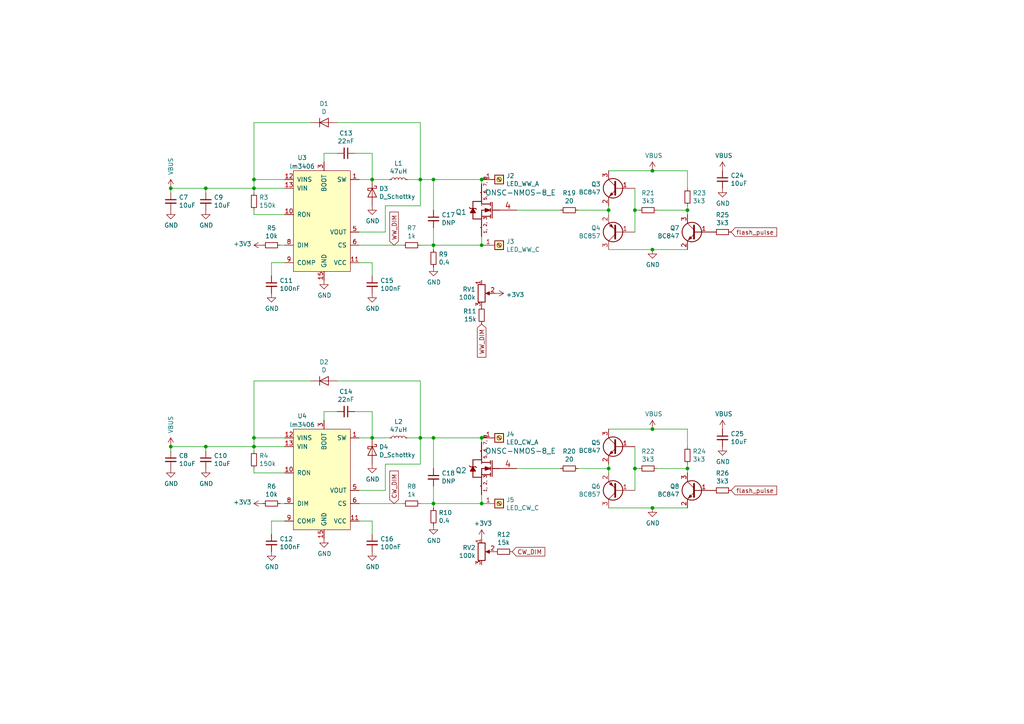
<source format=kicad_sch>
(kicad_sch (version 20211123) (generator eeschema)
  (paper "A4")
  (lib_symbols
    (symbol "Connector:Screw_Terminal_01x01" (pin_names (offset 1.016) hide)
      (property "Reference" "J" (at 0 2.54 0))
      (property "Value" "Screw_Terminal_01x01" (at 0 -2.54 0))
      (symbol "Screw_Terminal_01x01_1_1"
        (rectangle (start -1.27 1.27) (end 1.27 -1.27) (stroke (width 0.254)) (fill (type background)))
        (polyline (pts (xy -0.5334 0.3302) (xy 0.3302 -0.508)) (stroke (width 0.1524)))
        (polyline (pts (xy -0.3556 0.508) (xy 0.508 -0.3302)) (stroke (width 0.1524)))
        (circle (center 0 0) (radius 0.635) (stroke (width 0.1524)))
        (pin passive line (at -5.08 0 0) (length 3.81) (name "Pin_1") (number "1"))
      )
    )
    (symbol "Device:C_Small" (pin_numbers hide) (pin_names (offset 0.254) hide)
      (property "Reference" "C" (at 0.254 1.778 0))
      (property "Value" "C_Small" (at 0.254 -2.032 0))
      (symbol "C_Small_0_1"
        (polyline (pts (xy -1.524 -0.508) (xy 1.524 -0.508)) (stroke (width 0.3302)))
        (polyline (pts (xy -1.524 0.508) (xy 1.524 0.508)) (stroke (width 0.3048)))
      )
      (symbol "C_Small_1_1"
        (pin passive line (at 0 2.54 270) (length 2.032) (name "~") (number "1"))
        (pin passive line (at 0 -2.54 90) (length 2.032) (name "~") (number "2"))
      )
    )
    (symbol "Device:D" (pin_numbers hide) (pin_names (offset 1.016) hide)
      (property "Reference" "D" (at 0 2.54 0))
      (property "Value" "D" (at 0 -2.54 0))
      (symbol "D_0_1"
        (polyline (pts (xy -1.27 1.27) (xy -1.27 -1.27)) (stroke (width 0.2032)))
        (polyline (pts (xy 1.27 0) (xy -1.27 0)))
        (polyline (pts (xy 1.27 1.27) (xy 1.27 -1.27) (xy -1.27 0) (xy 1.27 1.27)) (stroke (width 0.2032)))
      )
      (symbol "D_1_1"
        (pin passive line (at -3.81 0 0) (length 2.54) (name "K") (number "1"))
        (pin passive line (at 3.81 0 180) (length 2.54) (name "A") (number "2"))
      )
    )
    (symbol "Device:D_Schottky" (pin_numbers hide) (pin_names (offset 1.016) hide)
      (property "Reference" "D" (at 0 2.54 0))
      (property "Value" "D_Schottky" (at 0 -2.54 0))
      (symbol "D_Schottky_0_1"
        (polyline (pts (xy 1.27 0) (xy -1.27 0)))
        (polyline (pts (xy 1.27 1.27) (xy 1.27 -1.27) (xy -1.27 0) (xy 1.27 1.27)) (stroke (width 0.2032)))
        (polyline (pts (xy -1.905 0.635) (xy -1.905 1.27) (xy -1.27 1.27) (xy -1.27 -1.27) (xy -0.635 -1.27) (xy -0.635 -0.635)) (stroke (width 0.2032)))
      )
      (symbol "D_Schottky_1_1"
        (pin passive line (at -3.81 0 0) (length 2.54) (name "K") (number "1"))
        (pin passive line (at 3.81 0 180) (length 2.54) (name "A") (number "2"))
      )
    )
    (symbol "Device:L_Small" (pin_numbers hide) (pin_names (offset 0.254) hide)
      (property "Reference" "L" (at 0.762 1.016 0))
      (property "Value" "L_Small" (at 0.762 -1.016 0))
      (symbol "L_Small_0_1"
        (arc (start 0 -2.032) (mid 0.508 -1.524) (end 0 -1.016))
        (arc (start 0 -1.016) (mid 0.508 -0.508) (end 0 0))
        (arc (start 0 0) (mid 0.508 0.508) (end 0 1.016))
        (arc (start 0 1.016) (mid 0.508 1.524) (end 0 2.032))
      )
      (symbol "L_Small_1_1"
        (pin passive line (at 0 2.54 270) (length 0.508) (name "~") (number "1"))
        (pin passive line (at 0 -2.54 90) (length 0.508) (name "~") (number "2"))
      )
    )
    (symbol "Device:R_POT" (pin_names (offset 1.016) hide)
      (property "Reference" "RV" (at -4.445 0 90))
      (property "Value" "R_POT" (at -2.54 0 90))
      (symbol "R_POT_0_1"
        (polyline (pts (xy 2.54 0) (xy 1.524 0)))
        (polyline (pts (xy 1.143 0) (xy 2.286 0.508) (xy 2.286 -0.508) (xy 1.143 0)) (fill (type outline)))
        (rectangle (start 1.016 2.54) (end -1.016 -2.54) (stroke (width 0.254)))
      )
      (symbol "R_POT_1_1"
        (pin passive line (at 0 3.81 270) (length 1.27) (name "1") (number "1"))
        (pin passive line (at 3.81 0 180) (length 1.27) (name "2") (number "2"))
        (pin passive line (at 0 -3.81 90) (length 1.27) (name "3") (number "3"))
      )
    )
    (symbol "Device:R_Small" (pin_numbers hide) (pin_names (offset 0.254) hide)
      (property "Reference" "R" (at 0.762 0.508 0))
      (property "Value" "R_Small" (at 0.762 -1.016 0))
      (symbol "R_Small_0_1"
        (rectangle (start -0.762 1.778) (end 0.762 -1.778) (stroke (width 0.2032)))
      )
      (symbol "R_Small_1_1"
        (pin passive line (at 0 2.54 270) (length 0.762) (name "~") (number "1"))
        (pin passive line (at 0 -2.54 90) (length 0.762) (name "~") (number "2"))
      )
    )
    (symbol "Transistor_BJT:BC847" (pin_names (offset 0) hide)
      (property "Reference" "Q" (at 5.08 1.905 0))
      (property "Value" "BC847" (at 5.08 0 0))
      (symbol "BC847_0_1"
        (polyline (pts (xy 0.635 0.635) (xy 2.54 2.54)))
        (polyline (pts (xy 0.635 -0.635) (xy 2.54 -2.54) (xy 2.54 -2.54)))
        (polyline (pts (xy 0.635 1.905) (xy 0.635 -1.905) (xy 0.635 -1.905)) (stroke (width 0.508)))
        (polyline (pts (xy 1.27 -1.778) (xy 1.778 -1.27) (xy 2.286 -2.286) (xy 1.27 -1.778) (xy 1.27 -1.778)) (fill (type outline)))
        (circle (center 1.27 0) (radius 2.8194) (stroke (width 0.254)))
      )
      (symbol "BC847_1_1"
        (pin input line (at -5.08 0 0) (length 5.715) (name "B") (number "1"))
        (pin passive line (at 2.54 -5.08 90) (length 2.54) (name "E") (number "2"))
        (pin passive line (at 2.54 5.08 270) (length 2.54) (name "C") (number "3"))
      )
    )
    (symbol "Transistor_BJT:BC857" (pin_names (offset 0) hide)
      (property "Reference" "Q" (at 5.08 1.905 0))
      (property "Value" "BC857" (at 5.08 0 0))
      (symbol "BC857_0_1"
        (polyline (pts (xy 0.635 0.635) (xy 2.54 2.54)))
        (polyline (pts (xy 0.635 -0.635) (xy 2.54 -2.54) (xy 2.54 -2.54)))
        (polyline (pts (xy 0.635 1.905) (xy 0.635 -1.905) (xy 0.635 -1.905)) (stroke (width 0.508)))
        (polyline (pts (xy 2.286 -1.778) (xy 1.778 -2.286) (xy 1.27 -1.27) (xy 2.286 -1.778) (xy 2.286 -1.778)) (fill (type outline)))
        (circle (center 1.27 0) (radius 2.8194) (stroke (width 0.254)))
      )
      (symbol "BC857_1_1"
        (pin input line (at -5.08 0 0) (length 5.715) (name "B") (number "1"))
        (pin passive line (at 2.54 -5.08 90) (length 2.54) (name "E") (number "2"))
        (pin passive line (at 2.54 5.08 270) (length 2.54) (name "C") (number "3"))
      )
    )
    (symbol "camera-flash-rescue:ONSC-NMOS-8_E-otter" (pin_names (offset 1.016))
      (property "Reference" "Q" (at 8.89 2.286 0))
      (property "Value" "ONSC-NMOS-8_E-otter" (at 8.89 -0.254 0))
      (symbol "ONSC-NMOS-8_E-otter_0_1"
        (polyline (pts (xy 0 -2.54) (xy 2.032 -2.54)) (stroke (width 0.254)))
        (polyline (pts (xy 2.032 -0.254) (xy 2.032 -4.826)) (stroke (width 0.254)))
        (polyline (pts (xy 2.54 -4.826) (xy 2.54 -3.81)) (stroke (width 0.254)))
        (polyline (pts (xy 2.54 -3.048) (xy 2.54 -2.032)) (stroke (width 0.254)))
        (polyline (pts (xy 2.54 -0.254) (xy 2.54 -1.27)) (stroke (width 0.254)))
        (polyline (pts (xy 5.08 -5.08) (xy 7.62 -5.08)) (stroke (width 0.254)))
        (polyline (pts (xy 5.08 -4.318) (xy 2.54 -4.318)) (stroke (width 0.254)))
        (polyline (pts (xy 5.08 -2.54) (xy 2.54 -2.54)) (stroke (width 0.254)))
        (polyline (pts (xy 5.08 -2.54) (xy 5.08 -5.08)) (stroke (width 0.254)))
        (polyline (pts (xy 5.08 -0.762) (xy 2.54 -0.762)) (stroke (width 0.254)))
        (polyline (pts (xy 5.08 -0.762) (xy 5.08 0)) (stroke (width 0.254)))
        (polyline (pts (xy 5.08 0) (xy 7.62 0)) (stroke (width 0.254)))
        (polyline (pts (xy 6.858 -2.032) (xy 6.604 -2.286)) (stroke (width 0.254)))
        (polyline (pts (xy 6.858 -2.032) (xy 8.382 -2.032)) (stroke (width 0.254)))
        (polyline (pts (xy 7.62 -5.08) (xy 7.62 -3.302)) (stroke (width 0.254)))
        (polyline (pts (xy 7.62 0) (xy 7.62 -2.032)) (stroke (width 0.254)))
        (polyline (pts (xy 8.382 -2.032) (xy 8.636 -1.778)) (stroke (width 0.254)))
        (polyline (pts (xy 2.54 -2.54) (xy 4.064 -2.032) (xy 4.064 -3.048) (xy 2.54 -2.54)) (stroke (width 0.254)) (fill (type outline)))
        (polyline (pts (xy 7.62 -2.032) (xy 8.382 -3.302) (xy 6.858 -3.302) (xy 7.62 -2.032)) (stroke (width 0.254)) (fill (type outline)))
        (pin passive line (at 5.08 -10.16 90) (length 5.08) (name "S") (number "1"))
        (pin passive line (at 5.08 -10.16 90) (length 5.08) (name "S") (number "2"))
        (pin passive line (at 5.08 -10.16 90) (length 5.08) (name "S") (number "3"))
        (pin passive line (at -5.08 -2.54 0) (length 5.08) (name "G") (number "4"))
        (pin passive line (at 5.08 5.08 270) (length 5.08) (name "D") (number "5"))
        (pin passive line (at 5.08 5.08 270) (length 5.08) (name "D") (number "6"))
        (pin passive line (at 5.08 5.08 270) (length 5.08) (name "D") (number "7"))
        (pin passive line (at 5.08 5.08 270) (length 5.08) (name "D") (number "8"))
      )
      (symbol "ONSC-NMOS-8_E-otter_1_1"
        (text "1, 2, 3" (at 4.572 -9.398 900) (effects (font (size 0.9144 0.9144)) (justify left bottom)))
        (text "5, 6, 7, 8" (at 4.572 0.254 900) (effects (font (size 0.9144 0.9144)) (justify left bottom)))
      )
    )
    (symbol "camera-flash-rescue:lm3406-otter" (pin_names (offset 1.016))
      (property "Reference" "U" (at 3.81 -13.97 0))
      (property "Value" "lm3406-otter" (at -6.35 -13.97 0))
      (symbol "lm3406-otter_0_1"
        (rectangle (start -8.89 16.51) (end 7.62 -12.7) (fill (type background)))
      )
      (symbol "lm3406-otter_1_1"
        (pin input line (at 10.16 13.97 180) (length 2.54) (name "SW") (number "1"))
        (pin input line (at -11.43 3.81 0) (length 2.54) (name "RON") (number "10"))
        (pin input line (at 10.16 -10.16 180) (length 2.54) (name "VCC") (number "11"))
        (pin input line (at -11.43 13.97 0) (length 2.54) (name "VINS") (number "12"))
        (pin input line (at -11.43 11.43 0) (length 2.54) (name "VIN") (number "13"))
        (pin input line (at -11.43 11.43 0) (length 2.54) hide (name "VIN") (number "14"))
        (pin input line (at 0 -15.24 90) (length 2.54) (name "GND") (number "15"))
        (pin input line (at 10.16 13.97 180) (length 2.54) hide (name "SW") (number "2"))
        (pin input line (at 0 19.05 270) (length 2.54) (name "BOOT") (number "3"))
        (pin input line (at -2.54 1.27 0) (length 2.54) hide (name "NC") (number "4"))
        (pin input line (at 10.16 -1.27 180) (length 2.54) (name "VOUT") (number "5"))
        (pin input line (at 10.16 -5.08 180) (length 2.54) (name "CS") (number "6"))
        (pin input line (at 0 -15.24 90) (length 2.54) hide (name "GND") (number "7"))
        (pin input line (at -11.43 -5.08 0) (length 2.54) (name "DIM") (number "8"))
        (pin input line (at -11.43 -10.16 0) (length 2.54) (name "COMP") (number "9"))
      )
    )
    (symbol "power:+3.3V" (power) (pin_names (offset 0))
      (property "Value" "+3.3V" (at 0 3.556 0))
      (symbol "+3.3V_0_1"
        (polyline (pts (xy -0.762 1.27) (xy 0 2.54)))
        (polyline (pts (xy 0 0) (xy 0 2.54)))
        (polyline (pts (xy 0 2.54) (xy 0.762 1.27)))
      )
      (symbol "+3.3V_1_1"
        (pin power_in line (at 0 0 90) (length 0) hide (name "+3V3") (number "1"))
      )
    )
    (symbol "power:GND" (power) (pin_names (offset 0))
      (property "Value" "GND" (at 0 -3.81 0))
      (symbol "GND_0_1"
        (polyline (pts (xy 0 0) (xy 0 -1.27) (xy 1.27 -1.27) (xy 0 -2.54) (xy -1.27 -1.27) (xy 0 -1.27)))
      )
      (symbol "GND_1_1"
        (pin power_in line (at 0 0 270) (length 0) hide (name "GND") (number "1"))
      )
    )
    (symbol "power:VBUS" (power) (pin_names (offset 0))
      (property "Value" "VBUS" (at 0 3.81 0))
      (symbol "VBUS_0_1"
        (polyline (pts (xy -0.762 1.27) (xy 0 2.54)))
        (polyline (pts (xy 0 0) (xy 0 2.54)))
        (polyline (pts (xy 0 2.54) (xy 0.762 1.27)))
      )
      (symbol "VBUS_1_1"
        (pin power_in line (at 0 0 90) (length 0) hide (name "VBUS") (number "1"))
      )
    )
  )
  (junction (at 121.92 52.07))
  (junction (at 125.73 71.12))
  (junction (at 59.69 54.61))
  (junction (at 139.7 146.05))
  (junction (at 121.92 127))
  (junction (at 125.73 146.05))
  (junction (at 189.23 124.46))
  (junction (at 176.53 135.89))
  (junction (at 107.95 52.07))
  (junction (at 73.66 54.61))
  (junction (at 59.69 129.54))
  (junction (at 139.7 52.07))
  (junction (at 125.73 52.07))
  (junction (at 184.15 60.96))
  (junction (at 73.66 52.07))
  (junction (at 73.66 127))
  (junction (at 125.73 127))
  (junction (at 139.7 127))
  (junction (at 107.95 127))
  (junction (at 189.23 72.39))
  (junction (at 49.53 129.54))
  (junction (at 49.53 54.61))
  (junction (at 189.23 49.53))
  (junction (at 139.7 71.12))
  (junction (at 184.15 135.89))
  (junction (at 189.23 147.32))
  (junction (at 176.53 60.96))
  (junction (at 199.39 60.96))
  (junction (at 73.66 129.54))
  (junction (at 199.39 135.89))
  (wire (pts (xy 90.17 35.56) (xy 73.66 35.56)))
  (wire (pts (xy 107.95 151.13) (xy 107.95 154.94)))
  (wire (pts (xy 97.79 35.56) (xy 121.92 35.56)))
  (wire (pts (xy 49.53 129.54) (xy 49.53 130.81)))
  (wire (pts (xy 121.92 35.56) (xy 121.92 52.07)))
  (wire (pts (xy 107.95 52.07) (xy 107.95 44.45)))
  (wire (pts (xy 199.39 124.46) (xy 189.23 124.46)))
  (wire (pts (xy 90.17 110.49) (xy 73.66 110.49)))
  (wire (pts (xy 199.39 129.54) (xy 199.39 124.46)))
  (wire (pts (xy 185.42 135.89) (xy 184.15 135.89)))
  (wire (pts (xy 59.69 129.54) (xy 59.69 130.81)))
  (wire (pts (xy 82.55 137.16) (xy 73.66 137.16)))
  (wire (pts (xy 176.53 134.62) (xy 176.53 135.89)))
  (wire (pts (xy 125.73 127) (xy 121.92 127)))
  (wire (pts (xy 189.23 72.39) (xy 199.39 72.39)))
  (wire (pts (xy 199.39 134.62) (xy 199.39 135.89)))
  (wire (pts (xy 59.69 54.61) (xy 59.69 55.88)))
  (wire (pts (xy 167.64 60.96) (xy 176.53 60.96)))
  (wire (pts (xy 73.66 137.16) (xy 73.66 135.89)))
  (wire (pts (xy 162.56 135.89) (xy 149.86 135.89)))
  (wire (pts (xy 73.66 127) (xy 73.66 129.54)))
  (wire (pts (xy 111.76 142.24) (xy 111.76 134.62)))
  (wire (pts (xy 93.98 46.99) (xy 93.98 44.45)))
  (wire (pts (xy 82.55 127) (xy 73.66 127)))
  (wire (pts (xy 121.92 146.05) (xy 125.73 146.05)))
  (wire (pts (xy 167.64 135.89) (xy 176.53 135.89)))
  (wire (pts (xy 121.92 59.69) (xy 121.92 52.07)))
  (wire (pts (xy 184.15 54.61) (xy 184.15 60.96)))
  (wire (pts (xy 199.39 54.61) (xy 199.39 49.53)))
  (wire (pts (xy 107.95 127) (xy 107.95 119.38)))
  (wire (pts (xy 184.15 60.96) (xy 184.15 67.31)))
  (wire (pts (xy 82.55 54.61) (xy 73.66 54.61)))
  (wire (pts (xy 78.74 76.2) (xy 78.74 80.01)))
  (wire (pts (xy 73.66 35.56) (xy 73.66 52.07)))
  (wire (pts (xy 59.69 129.54) (xy 49.53 129.54)))
  (wire (pts (xy 73.66 129.54) (xy 73.66 130.81)))
  (wire (pts (xy 78.74 151.13) (xy 78.74 154.94)))
  (wire (pts (xy 73.66 54.61) (xy 73.66 55.88)))
  (wire (pts (xy 107.95 52.07) (xy 113.03 52.07)))
  (wire (pts (xy 189.23 147.32) (xy 199.39 147.32)))
  (wire (pts (xy 82.55 62.23) (xy 73.66 62.23)))
  (wire (pts (xy 107.95 76.2) (xy 107.95 80.01)))
  (wire (pts (xy 139.7 128.27) (xy 139.7 127)))
  (wire (pts (xy 121.92 110.49) (xy 121.92 127)))
  (wire (pts (xy 104.14 142.24) (xy 111.76 142.24)))
  (wire (pts (xy 116.84 146.05) (xy 104.14 146.05)))
  (wire (pts (xy 139.7 52.07) (xy 125.73 52.07)))
  (wire (pts (xy 73.66 110.49) (xy 73.66 127)))
  (wire (pts (xy 81.28 71.12) (xy 82.55 71.12)))
  (wire (pts (xy 125.73 135.89) (xy 125.73 127)))
  (wire (pts (xy 82.55 151.13) (xy 78.74 151.13)))
  (wire (pts (xy 81.28 146.05) (xy 82.55 146.05)))
  (wire (pts (xy 93.98 119.38) (xy 97.79 119.38)))
  (wire (pts (xy 97.79 110.49) (xy 121.92 110.49)))
  (wire (pts (xy 82.55 76.2) (xy 78.74 76.2)))
  (wire (pts (xy 104.14 127) (xy 107.95 127)))
  (wire (pts (xy 125.73 52.07) (xy 121.92 52.07)))
  (wire (pts (xy 125.73 140.97) (xy 125.73 146.05)))
  (wire (pts (xy 190.5 135.89) (xy 199.39 135.89)))
  (wire (pts (xy 185.42 60.96) (xy 184.15 60.96)))
  (wire (pts (xy 125.73 146.05) (xy 139.7 146.05)))
  (wire (pts (xy 111.76 59.69) (xy 121.92 59.69)))
  (wire (pts (xy 73.66 129.54) (xy 59.69 129.54)))
  (wire (pts (xy 189.23 49.53) (xy 176.53 49.53)))
  (wire (pts (xy 121.92 134.62) (xy 121.92 127)))
  (wire (pts (xy 73.66 62.23) (xy 73.66 60.96)))
  (wire (pts (xy 162.56 60.96) (xy 149.86 60.96)))
  (wire (pts (xy 104.14 151.13) (xy 107.95 151.13)))
  (wire (pts (xy 125.73 60.96) (xy 125.73 52.07)))
  (wire (pts (xy 118.11 52.07) (xy 121.92 52.07)))
  (wire (pts (xy 139.7 53.34) (xy 139.7 52.07)))
  (wire (pts (xy 184.15 135.89) (xy 184.15 142.24)))
  (wire (pts (xy 199.39 60.96) (xy 199.39 62.23)))
  (wire (pts (xy 139.7 68.58) (xy 139.7 71.12)))
  (wire (pts (xy 199.39 135.89) (xy 199.39 137.16)))
  (wire (pts (xy 104.14 76.2) (xy 107.95 76.2)))
  (wire (pts (xy 111.76 67.31) (xy 111.76 59.69)))
  (wire (pts (xy 184.15 129.54) (xy 184.15 135.89)))
  (wire (pts (xy 93.98 44.45) (xy 97.79 44.45)))
  (wire (pts (xy 111.76 134.62) (xy 121.92 134.62)))
  (wire (pts (xy 176.53 135.89) (xy 176.53 137.16)))
  (wire (pts (xy 49.53 54.61) (xy 49.53 55.88)))
  (wire (pts (xy 82.55 52.07) (xy 73.66 52.07)))
  (wire (pts (xy 189.23 124.46) (xy 176.53 124.46)))
  (wire (pts (xy 176.53 72.39) (xy 189.23 72.39)))
  (wire (pts (xy 73.66 54.61) (xy 59.69 54.61)))
  (wire (pts (xy 139.7 143.51) (xy 139.7 146.05)))
  (wire (pts (xy 176.53 59.69) (xy 176.53 60.96)))
  (wire (pts (xy 104.14 52.07) (xy 107.95 52.07)))
  (wire (pts (xy 93.98 121.92) (xy 93.98 119.38)))
  (wire (pts (xy 199.39 49.53) (xy 189.23 49.53)))
  (wire (pts (xy 116.84 71.12) (xy 104.14 71.12)))
  (wire (pts (xy 73.66 52.07) (xy 73.66 54.61)))
  (wire (pts (xy 176.53 60.96) (xy 176.53 62.23)))
  (wire (pts (xy 59.69 54.61) (xy 49.53 54.61)))
  (wire (pts (xy 125.73 147.32) (xy 125.73 146.05)))
  (wire (pts (xy 199.39 59.69) (xy 199.39 60.96)))
  (wire (pts (xy 107.95 127) (xy 113.03 127)))
  (wire (pts (xy 107.95 119.38) (xy 102.87 119.38)))
  (wire (pts (xy 125.73 66.04) (xy 125.73 71.12)))
  (wire (pts (xy 176.53 147.32) (xy 189.23 147.32)))
  (wire (pts (xy 125.73 71.12) (xy 139.7 71.12)))
  (wire (pts (xy 125.73 72.39) (xy 125.73 71.12)))
  (wire (pts (xy 107.95 44.45) (xy 102.87 44.45)))
  (wire (pts (xy 82.55 129.54) (xy 73.66 129.54)))
  (wire (pts (xy 118.11 127) (xy 121.92 127)))
  (wire (pts (xy 139.7 127) (xy 125.73 127)))
  (wire (pts (xy 121.92 71.12) (xy 125.73 71.12)))
  (wire (pts (xy 104.14 67.31) (xy 111.76 67.31)))
  (wire (pts (xy 190.5 60.96) (xy 199.39 60.96)))
  (text "Rsns = 0.2V / If = 0.4 -> biasing not considered" (at 312.42 92.71 0) (effects (font (size 1.27 1.27)) (justify left bottom)))
  (text "w/o Cap -> use small cap (100nF?)\n^IL = ^IF = ((Vin - Vo) / L ) * ton = 127mA ripple\nL = 47µH -> https://lcsc.com/product-detail/Power-Inductors_Sunltech-Tech-SLO1040H470MTT_C182153.html\n^Vcs = ^IF * Rsns =  25mV -> >= 25mV" (at 312.42 113.03 0) (effects (font (size 1.27 1.27)) (justify left bottom)))
  (text "Cin (min) = (IF * ton) / ^Vin (max) = 5µF\n^Vin (max) = 100mV" (at 312.42 119.38 0) (effects (font (size 1.27 1.27)) (justify left bottom)))
  (text "Vo-max = Vin-min * (1 - fsw * toff-min) = 16,8766\ntoff-min = 230ns" (at 312.42 97.79 0) (effects (font (size 1.27 1.27)) (justify left bottom)))
  (text "Vo = 14V\nVin = 20V\nton = 1*10⁻¹¹*Ron*(Vo/Vin)\nRon = 150k -> ton 1.05µS" (at 312.42 74.93 0) (effects (font (size 1.27 1.27)) (justify left bottom)))
  (text "fsw = D / ton = 679151 = 679kHz\nD = (Vo + Vd) / (Vin -Vsw +Vd) = 0,713108909\nVd = Shottky = 0.5V\nVsw = If * Rdson = 0,1665\nRdson = 0.37Ohm\nIf = 450mA" (at 312.42 88.9 0) (effects (font (size 1.27 1.27)) (justify left bottom)))
  (text "nmax = Vo-max / VF = 5,27\nVF  = 3.2V" (at 312.42 102.87 0) (effects (font (size 1.27 1.27)) (justify left bottom)))
  (global_label "CW_DIM" (shape input) (at 148.59 160.02 0) (property "Intersheet References" "${INTERSHEET_REFS}" (effects hide)))
  (global_label "WW_DIM" (shape input) (at 139.7 93.98 270) (property "Intersheet References" "${INTERSHEET_REFS}" (effects hide)))
  (global_label "flash_pulse" (shape input) (at 212.09 142.24 0) (property "Intersheet References" "${INTERSHEET_REFS}" (effects hide)))
  (global_label "WW_DIM" (shape input) (at 114.3 71.12 90) (property "Intersheet References" "${INTERSHEET_REFS}" (effects hide)))
  (global_label "CW_DIM" (shape input) (at 114.3 146.05 90) (property "Intersheet References" "${INTERSHEET_REFS}" (effects hide)))
  (global_label "flash_pulse" (shape input) (at 212.09 67.31 0) (property "Intersheet References" "${INTERSHEET_REFS}" (effects hide)))
  (symbol (lib_id "camera-flash-rescue:ONSC-NMOS-8_E-otter") (at 144.78 133.35 0) (mirror y)
    (property "Reference" "Q2" (at 135.382 136.4488 0) (effects (font (size 1.524 1.524)) (justify left)))
    (property "Value" "ONSC-NMOS-8_E" (at 161.29 130.81 0) (effects (font (size 1.524 1.524)) (justify left)))
    (property "Footprint" "Package_SO:SO-8_3.9x4.9mm_P1.27mm" (effects hide))
  )
  (symbol (lib_id "camera-flash-rescue:ONSC-NMOS-8_E-otter") (at 144.78 58.42 0) (mirror y)
    (property "Reference" "Q1" (at 135.382 61.5188 0) (effects (font (size 1.524 1.524)) (justify left)))
    (property "Value" "ONSC-NMOS-8_E" (at 161.29 55.88 0) (effects (font (size 1.524 1.524)) (justify left)))
    (property "Footprint" "Package_SO:SO-8_3.9x4.9mm_P1.27mm" (effects hide))
  )
  (symbol (lib_id "camera-flash-rescue:lm3406-otter") (at 93.98 66.04 0) (unit 1)
    (property "Reference" "U3" (at 87.63 45.72 0))
    (property "Value" "lm3406" (at 87.63 48.26 0))
    (property "Footprint" "Package_SO:TSSOP-14-1EP_4.4x5mm_P0.65mm" (effects hide))
  )
  (symbol (lib_id "Device:R_Small") (at 73.66 58.42 0) (unit 1)
    (property "Reference" "R3" (at 75.1586 57.2516 0) (effects (justify left)))
    (property "Value" "150k" (at 75.1586 59.563 0) (effects (justify left)))
    (property "Footprint" "otter:R_0603" (effects hide))
  )
  (symbol (lib_id "Device:C_Small") (at 100.33 44.45 270) (unit 1)
    (property "Reference" "C13" (at 100.33 38.6334 90))
    (property "Value" "22nF" (at 100.33 40.9448 90))
    (property "Footprint" "otter:C_0603" (effects hide))
  )
  (symbol (lib_id "Device:L_Small") (at 115.57 52.07 90) (unit 1)
    (property "Reference" "L1" (at 115.57 47.371 90))
    (property "Value" "47uH" (at 115.57 49.6824 90))
    (property "Footprint" "Inductor_SMD:L_10.4x10.4_H4.8" (effects hide))
  )
  (symbol (lib_id "Device:C_Small") (at 78.74 82.55 0) (unit 1)
    (property "Reference" "C11" (at 81.0768 81.3816 0) (effects (justify left)))
    (property "Value" "100nF" (at 81.0768 83.693 0) (effects (justify left)))
    (property "Footprint" "otter:C_0603" (effects hide))
  )
  (symbol (lib_id "Device:C_Small") (at 107.95 82.55 0) (unit 1)
    (property "Reference" "C15" (at 110.2868 81.3816 0) (effects (justify left)))
    (property "Value" "100nF" (at 110.2868 83.693 0) (effects (justify left)))
    (property "Footprint" "otter:C_0603" (effects hide))
  )
  (symbol (lib_id "power:GND") (at 78.74 85.09 0) (unit 1)
    (property "Reference" "#PWR0119" (effects hide))
    (property "Value" "GND" (at 78.867 89.4842 0))
  )
  (symbol (lib_id "power:GND") (at 93.98 81.28 0) (unit 1)
    (property "Reference" "#PWR0120" (effects hide))
    (property "Value" "GND" (at 94.107 85.6742 0))
  )
  (symbol (lib_id "power:GND") (at 107.95 85.09 0) (unit 1)
    (property "Reference" "#PWR0121" (effects hide))
    (property "Value" "GND" (at 108.077 89.4842 0))
  )
  (symbol (lib_id "power:GND") (at 107.95 59.69 0) (unit 1)
    (property "Reference" "#PWR0122" (effects hide))
    (property "Value" "GND" (at 108.077 64.0842 0))
  )
  (symbol (lib_id "Device:C_Small") (at 125.73 63.5 0) (unit 1)
    (property "Reference" "C17" (at 128.0668 62.3316 0) (effects (justify left)))
    (property "Value" "DNP" (at 128.0668 64.643 0) (effects (justify left)))
    (property "Footprint" "otter:C_0805" (effects hide))
  )
  (symbol (lib_id "Device:R_Small") (at 125.73 74.93 0) (unit 1)
    (property "Reference" "R9" (at 127.2286 73.7616 0) (effects (justify left)))
    (property "Value" "0.4" (at 127.2286 76.073 0) (effects (justify left)))
    (property "Footprint" "otter:R_0805" (effects hide))
  )
  (symbol (lib_id "Connector:Screw_Terminal_01x01") (at 144.78 52.07 0) (unit 1)
    (property "Reference" "J2" (at 146.812 51.0032 0) (effects (justify left)))
    (property "Value" "LED_WW_A" (at 146.812 53.3146 0) (effects (justify left)))
    (property "Footprint" "otter:Screw_Terminal_6x6x6mm" (effects hide))
  )
  (symbol (lib_id "Connector:Screw_Terminal_01x01") (at 144.78 71.12 0) (unit 1)
    (property "Reference" "J3" (at 146.812 70.0532 0) (effects (justify left)))
    (property "Value" "LED_WW_C" (at 146.812 72.3646 0) (effects (justify left)))
    (property "Footprint" "otter:Screw_Terminal_6x6x6mm" (effects hide))
  )
  (symbol (lib_id "power:GND") (at 125.73 77.47 0) (unit 1)
    (property "Reference" "#PWR0123" (effects hide))
    (property "Value" "GND" (at 125.857 81.8642 0))
  )
  (symbol (lib_id "Device:R_Small") (at 119.38 71.12 90) (unit 1)
    (property "Reference" "R7" (at 119.38 66.1416 90))
    (property "Value" "1k" (at 119.38 68.453 90))
    (property "Footprint" "otter:R_0603" (effects hide))
  )
  (symbol (lib_id "Device:R_POT") (at 139.7 85.09 0) (unit 1)
    (property "Reference" "RV1" (at 137.9474 83.9216 0) (effects (justify right)))
    (property "Value" "100k" (at 137.9474 86.233 0) (effects (justify right)))
    (property "Footprint" "otter:SV01A103AEA01R00" (effects hide))
  )
  (symbol (lib_id "Device:R_Small") (at 139.7 91.44 0) (unit 1)
    (property "Reference" "R11" (at 138.2268 90.2716 0) (effects (justify right)))
    (property "Value" "15k" (at 138.2268 92.583 0) (effects (justify right)))
    (property "Footprint" "otter:R_0603" (effects hide))
  )
  (symbol (lib_id "power:+3.3V") (at 143.51 85.09 270) (unit 1)
    (property "Reference" "#PWR0124" (effects hide))
    (property "Value" "+3.3V" (at 146.7612 85.471 90) (effects (justify left)))
  )
  (symbol (lib_id "power:+3.3V") (at 76.2 71.12 90) (unit 1)
    (property "Reference" "#PWR0125" (effects hide))
    (property "Value" "+3.3V" (at 72.9488 70.739 90) (effects (justify left)))
  )
  (symbol (lib_id "Device:R_Small") (at 78.74 71.12 90) (unit 1)
    (property "Reference" "R5" (at 78.74 66.1416 90))
    (property "Value" "10k" (at 78.74 68.453 90))
    (property "Footprint" "otter:R_0603" (effects hide))
  )
  (symbol (lib_id "camera-flash-rescue:lm3406-otter") (at 93.98 140.97 0) (unit 1)
    (property "Reference" "U4" (at 87.63 120.65 0))
    (property "Value" "lm3406" (at 87.63 123.19 0))
    (property "Footprint" "Package_SO:TSSOP-14-1EP_4.4x5mm_P0.65mm" (effects hide))
  )
  (symbol (lib_id "Device:R_Small") (at 73.66 133.35 0) (unit 1)
    (property "Reference" "R4" (at 75.1586 132.1816 0) (effects (justify left)))
    (property "Value" "150k" (at 75.1586 134.493 0) (effects (justify left)))
    (property "Footprint" "otter:R_0603" (effects hide))
  )
  (symbol (lib_id "Device:C_Small") (at 100.33 119.38 270) (unit 1)
    (property "Reference" "C14" (at 100.33 113.5634 90))
    (property "Value" "22nF" (at 100.33 115.8748 90))
    (property "Footprint" "otter:C_0603" (effects hide))
  )
  (symbol (lib_id "Device:L_Small") (at 115.57 127 90) (unit 1)
    (property "Reference" "L2" (at 115.57 122.301 90))
    (property "Value" "47uH" (at 115.57 124.6124 90))
    (property "Footprint" "Inductor_SMD:L_10.4x10.4_H4.8" (effects hide))
  )
  (symbol (lib_id "Device:C_Small") (at 78.74 157.48 0) (unit 1)
    (property "Reference" "C12" (at 81.0768 156.3116 0) (effects (justify left)))
    (property "Value" "100nF" (at 81.0768 158.623 0) (effects (justify left)))
    (property "Footprint" "otter:C_0603" (effects hide))
  )
  (symbol (lib_id "Device:C_Small") (at 107.95 157.48 0) (unit 1)
    (property "Reference" "C16" (at 110.2868 156.3116 0) (effects (justify left)))
    (property "Value" "100nF" (at 110.2868 158.623 0) (effects (justify left)))
    (property "Footprint" "otter:C_0603" (effects hide))
  )
  (symbol (lib_id "power:GND") (at 78.74 160.02 0) (unit 1)
    (property "Reference" "#PWR0126" (effects hide))
    (property "Value" "GND" (at 78.867 164.4142 0))
  )
  (symbol (lib_id "power:GND") (at 93.98 156.21 0) (unit 1)
    (property "Reference" "#PWR0127" (effects hide))
    (property "Value" "GND" (at 94.107 160.6042 0))
  )
  (symbol (lib_id "power:GND") (at 107.95 160.02 0) (unit 1)
    (property "Reference" "#PWR0128" (effects hide))
    (property "Value" "GND" (at 108.077 164.4142 0))
  )
  (symbol (lib_id "power:GND") (at 107.95 134.62 0) (unit 1)
    (property "Reference" "#PWR0129" (effects hide))
    (property "Value" "GND" (at 108.077 139.0142 0))
  )
  (symbol (lib_id "Device:C_Small") (at 125.73 138.43 0) (unit 1)
    (property "Reference" "C18" (at 128.0668 137.2616 0) (effects (justify left)))
    (property "Value" "DNP" (at 128.0668 139.573 0) (effects (justify left)))
    (property "Footprint" "otter:C_0805" (effects hide))
  )
  (symbol (lib_id "Device:R_Small") (at 125.73 149.86 0) (unit 1)
    (property "Reference" "R10" (at 127.2286 148.6916 0) (effects (justify left)))
    (property "Value" "0.4" (at 127.2286 151.003 0) (effects (justify left)))
    (property "Footprint" "otter:R_0805" (effects hide))
  )
  (symbol (lib_id "Connector:Screw_Terminal_01x01") (at 144.78 127 0) (unit 1)
    (property "Reference" "J4" (at 146.812 125.9332 0) (effects (justify left)))
    (property "Value" "LED_CW_A" (at 146.812 128.2446 0) (effects (justify left)))
    (property "Footprint" "otter:Screw_Terminal_6x6x6mm" (effects hide))
  )
  (symbol (lib_id "Connector:Screw_Terminal_01x01") (at 144.78 146.05 0) (unit 1)
    (property "Reference" "J5" (at 146.812 144.9832 0) (effects (justify left)))
    (property "Value" "LED_CW_C" (at 146.812 147.2946 0) (effects (justify left)))
    (property "Footprint" "otter:Screw_Terminal_6x6x6mm" (effects hide))
  )
  (symbol (lib_id "power:GND") (at 125.73 152.4 0) (unit 1)
    (property "Reference" "#PWR0130" (effects hide))
    (property "Value" "GND" (at 125.857 156.7942 0))
  )
  (symbol (lib_id "Device:R_Small") (at 119.38 146.05 90) (unit 1)
    (property "Reference" "R8" (at 119.38 141.0716 90))
    (property "Value" "1k" (at 119.38 143.383 90))
    (property "Footprint" "otter:R_0603" (effects hide))
  )
  (symbol (lib_id "Device:R_POT") (at 139.7 160.02 0) (unit 1)
    (property "Reference" "RV2" (at 137.9474 158.8516 0) (effects (justify right)))
    (property "Value" "100k" (at 137.9474 161.163 0) (effects (justify right)))
    (property "Footprint" "otter:SV01A103AEA01R00" (effects hide))
  )
  (symbol (lib_id "Device:R_Small") (at 146.05 160.02 90) (unit 1)
    (property "Reference" "R12" (at 146.05 155.0416 90))
    (property "Value" "15k" (at 146.05 157.353 90))
    (property "Footprint" "otter:R_0603" (effects hide))
  )
  (symbol (lib_id "power:+3.3V") (at 139.7 156.21 0) (unit 1)
    (property "Reference" "#PWR0131" (effects hide))
    (property "Value" "+3.3V" (at 140.081 151.8158 0))
  )
  (symbol (lib_id "power:GND") (at 59.69 135.89 0) (unit 1)
    (property "Reference" "#PWR0132" (effects hide))
    (property "Value" "GND" (at 59.817 140.2842 0))
  )
  (symbol (lib_id "power:VBUS") (at 49.53 129.54 0) (unit 1)
    (property "Reference" "#PWR0133" (effects hide))
    (property "Value" "VBUS" (at 49.53 123.19 90))
  )
  (symbol (lib_id "power:+3.3V") (at 76.2 146.05 90) (unit 1)
    (property "Reference" "#PWR0134" (effects hide))
    (property "Value" "+3.3V" (at 72.9488 145.669 90) (effects (justify left)))
  )
  (symbol (lib_id "Device:R_Small") (at 78.74 146.05 90) (unit 1)
    (property "Reference" "R6" (at 78.74 141.0716 90))
    (property "Value" "10k" (at 78.74 143.383 90))
    (property "Footprint" "otter:R_0603" (effects hide))
  )
  (symbol (lib_id "Device:D_Schottky") (at 107.95 55.88 270) (unit 1)
    (property "Reference" "D3" (at 109.9566 54.7116 90) (effects (justify left)))
    (property "Value" "D_Schottky" (at 109.9566 57.023 90) (effects (justify left)))
    (property "Footprint" "Diode_SMD:D_SMA" (effects hide))
  )
  (symbol (lib_id "Device:D_Schottky") (at 107.95 130.81 270) (unit 1)
    (property "Reference" "D4" (at 109.9566 129.6416 90) (effects (justify left)))
    (property "Value" "D_Schottky" (at 109.9566 131.953 90) (effects (justify left)))
    (property "Footprint" "Diode_SMD:D_SMA" (effects hide))
  )
  (symbol (lib_id "Device:C_Small") (at 49.53 133.35 0) (unit 1)
    (property "Reference" "C8" (at 51.8668 132.1816 0) (effects (justify left)))
    (property "Value" "10uF" (at 51.8668 134.493 0) (effects (justify left)))
    (property "Footprint" "otter:C_0805" (effects hide))
  )
  (symbol (lib_id "power:GND") (at 49.53 135.89 0) (unit 1)
    (property "Reference" "#PWR0135" (effects hide))
    (property "Value" "GND" (at 49.657 140.2842 0))
  )
  (symbol (lib_id "Device:C_Small") (at 59.69 133.35 0) (unit 1)
    (property "Reference" "C10" (at 62.0268 132.1816 0) (effects (justify left)))
    (property "Value" "10uF" (at 62.0268 134.493 0) (effects (justify left)))
    (property "Footprint" "otter:C_0805" (effects hide))
  )
  (symbol (lib_id "power:GND") (at 59.69 60.96 0) (unit 1)
    (property "Reference" "#PWR0136" (effects hide))
    (property "Value" "GND" (at 59.817 65.3542 0))
  )
  (symbol (lib_id "power:VBUS") (at 49.53 54.61 0) (unit 1)
    (property "Reference" "#PWR0137" (effects hide))
    (property "Value" "VBUS" (at 49.53 48.26 90))
  )
  (symbol (lib_id "Device:C_Small") (at 49.53 58.42 0) (unit 1)
    (property "Reference" "C7" (at 51.8668 57.2516 0) (effects (justify left)))
    (property "Value" "10uF" (at 51.8668 59.563 0) (effects (justify left)))
    (property "Footprint" "otter:C_0805" (effects hide))
  )
  (symbol (lib_id "power:GND") (at 49.53 60.96 0) (unit 1)
    (property "Reference" "#PWR0138" (effects hide))
    (property "Value" "GND" (at 49.657 65.3542 0))
  )
  (symbol (lib_id "Device:C_Small") (at 59.69 58.42 0) (unit 1)
    (property "Reference" "C9" (at 62.0268 57.2516 0) (effects (justify left)))
    (property "Value" "10uF" (at 62.0268 59.563 0) (effects (justify left)))
    (property "Footprint" "otter:C_0805" (effects hide))
  )
  (symbol (lib_id "Device:D") (at 93.98 110.49 0) (unit 1)
    (property "Reference" "D2" (at 93.98 105.0036 0))
    (property "Value" "D" (at 93.98 107.315 0))
    (property "Footprint" "Diode_SMD:D_SOD-123F" (effects hide))
  )
  (symbol (lib_id "Device:D") (at 93.98 35.56 0) (unit 1)
    (property "Reference" "D1" (at 93.98 30.0736 0))
    (property "Value" "D" (at 93.98 32.385 0))
    (property "Footprint" "Diode_SMD:D_SOD-123F" (effects hide))
  )
  (symbol (lib_id "Transistor_BJT:BC847") (at 179.07 129.54 0) (mirror y) (unit 1)
    (property "Reference" "Q5" (at 174.2186 128.3716 0) (effects (justify left)))
    (property "Value" "BC847" (at 174.2186 130.683 0) (effects (justify left)))
    (property "Footprint" "Package_TO_SOT_SMD:SOT-23" (effects hide))
    (property "Datasheet" "http://www.infineon.com/dgdl/Infineon-BC847SERIES_BC848SERIES_BC849SERIES_BC850SERIES-DS-v01_01-en.pdf?fileId=db3a304314dca389011541d4630a1657" (effects hide))
  )
  (symbol (lib_id "Transistor_BJT:BC857") (at 179.07 142.24 180) (unit 1)
    (property "Reference" "Q6" (at 174.2186 141.0716 0) (effects (justify left)))
    (property "Value" "BC857" (at 174.2186 143.383 0) (effects (justify left)))
    (property "Footprint" "Package_TO_SOT_SMD:SOT-23" (effects hide))
    (property "Datasheet" "http://www.fairchildsemi.com/ds/BC/BC856.pdf" (effects hide))
  )
  (symbol (lib_id "Device:R_Small") (at 165.1 135.89 90) (unit 1)
    (property "Reference" "R20" (at 165.1 130.9116 90))
    (property "Value" "20" (at 165.1 133.223 90))
    (property "Footprint" "otter:R_0805" (effects hide))
  )
  (symbol (lib_id "Device:R_Small") (at 187.96 135.89 90) (unit 1)
    (property "Reference" "R22" (at 187.96 130.9116 90))
    (property "Value" "3k3" (at 187.96 133.223 90))
    (property "Footprint" "otter:R_0603" (effects hide))
  )
  (symbol (lib_id "Transistor_BJT:BC847") (at 201.93 142.24 0) (mirror y) (unit 1)
    (property "Reference" "Q8" (at 197.0786 141.0716 0) (effects (justify left)))
    (property "Value" "BC847" (at 197.0786 143.383 0) (effects (justify left)))
    (property "Footprint" "Package_TO_SOT_SMD:SOT-23" (effects hide))
    (property "Datasheet" "http://www.infineon.com/dgdl/Infineon-BC847SERIES_BC848SERIES_BC849SERIES_BC850SERIES-DS-v01_01-en.pdf?fileId=db3a304314dca389011541d4630a1657" (effects hide))
  )
  (symbol (lib_id "Device:R_Small") (at 199.39 132.08 0) (unit 1)
    (property "Reference" "R24" (at 200.8886 130.9116 0) (effects (justify left)))
    (property "Value" "3k3" (at 200.8886 133.223 0) (effects (justify left)))
    (property "Footprint" "otter:R_0603" (effects hide))
  )
  (symbol (lib_id "Device:R_Small") (at 209.55 142.24 90) (unit 1)
    (property "Reference" "R26" (at 209.55 137.2616 90))
    (property "Value" "3k3" (at 209.55 139.573 90))
    (property "Footprint" "otter:R_0603" (effects hide))
  )
  (symbol (lib_id "power:GND") (at 189.23 147.32 0) (unit 1)
    (property "Reference" "#PWR0160" (effects hide))
    (property "Value" "GND" (at 189.357 151.7142 0))
  )
  (symbol (lib_id "power:VBUS") (at 189.23 124.46 0) (unit 1)
    (property "Reference" "#PWR0161" (effects hide))
    (property "Value" "VBUS" (at 189.611 120.0658 0))
  )
  (symbol (lib_id "Transistor_BJT:BC847") (at 179.07 54.61 0) (mirror y) (unit 1)
    (property "Reference" "Q3" (at 174.2186 53.4416 0) (effects (justify left)))
    (property "Value" "BC847" (at 174.2186 55.753 0) (effects (justify left)))
    (property "Footprint" "Package_TO_SOT_SMD:SOT-23" (effects hide))
    (property "Datasheet" "http://www.infineon.com/dgdl/Infineon-BC847SERIES_BC848SERIES_BC849SERIES_BC850SERIES-DS-v01_01-en.pdf?fileId=db3a304314dca389011541d4630a1657" (effects hide))
  )
  (symbol (lib_id "Transistor_BJT:BC857") (at 179.07 67.31 180) (unit 1)
    (property "Reference" "Q4" (at 174.2186 66.1416 0) (effects (justify left)))
    (property "Value" "BC857" (at 174.2186 68.453 0) (effects (justify left)))
    (property "Footprint" "Package_TO_SOT_SMD:SOT-23" (effects hide))
    (property "Datasheet" "http://www.fairchildsemi.com/ds/BC/BC856.pdf" (effects hide))
  )
  (symbol (lib_id "Device:R_Small") (at 165.1 60.96 90) (unit 1)
    (property "Reference" "R19" (at 165.1 55.9816 90))
    (property "Value" "20" (at 165.1 58.293 90))
    (property "Footprint" "otter:R_0805" (effects hide))
  )
  (symbol (lib_id "Device:R_Small") (at 187.96 60.96 90) (unit 1)
    (property "Reference" "R21" (at 187.96 55.9816 90))
    (property "Value" "3k3" (at 187.96 58.293 90))
    (property "Footprint" "otter:R_0603" (effects hide))
  )
  (symbol (lib_id "Transistor_BJT:BC847") (at 201.93 67.31 0) (mirror y) (unit 1)
    (property "Reference" "Q7" (at 197.0786 66.1416 0) (effects (justify left)))
    (property "Value" "BC847" (at 197.0786 68.453 0) (effects (justify left)))
    (property "Footprint" "Package_TO_SOT_SMD:SOT-23" (effects hide))
    (property "Datasheet" "http://www.infineon.com/dgdl/Infineon-BC847SERIES_BC848SERIES_BC849SERIES_BC850SERIES-DS-v01_01-en.pdf?fileId=db3a304314dca389011541d4630a1657" (effects hide))
  )
  (symbol (lib_id "Device:R_Small") (at 199.39 57.15 0) (unit 1)
    (property "Reference" "R23" (at 200.8886 55.9816 0) (effects (justify left)))
    (property "Value" "3k3" (at 200.8886 58.293 0) (effects (justify left)))
    (property "Footprint" "otter:R_0603" (effects hide))
  )
  (symbol (lib_id "Device:R_Small") (at 209.55 67.31 90) (unit 1)
    (property "Reference" "R25" (at 209.55 62.3316 90))
    (property "Value" "3k3" (at 209.55 64.643 90))
    (property "Footprint" "otter:R_0603" (effects hide))
  )
  (symbol (lib_id "power:GND") (at 189.23 72.39 0) (unit 1)
    (property "Reference" "#PWR0162" (effects hide))
    (property "Value" "GND" (at 189.357 76.7842 0))
  )
  (symbol (lib_id "power:VBUS") (at 189.23 49.53 0) (unit 1)
    (property "Reference" "#PWR0163" (effects hide))
    (property "Value" "VBUS" (at 189.611 45.1358 0))
  )
  (symbol (lib_id "Device:C_Small") (at 209.55 52.07 0) (unit 1)
    (property "Reference" "C24" (at 211.8868 50.9016 0) (effects (justify left)))
    (property "Value" "10uF" (at 211.8868 53.213 0) (effects (justify left)))
    (property "Footprint" "otter:C_0805" (effects hide))
  )
  (symbol (lib_id "power:GND") (at 209.55 54.61 0) (unit 1)
    (property "Reference" "#PWR0164" (effects hide))
    (property "Value" "GND" (at 209.677 59.0042 0))
  )
  (symbol (lib_id "Device:C_Small") (at 209.55 127 0) (unit 1)
    (property "Reference" "C25" (at 211.8868 125.8316 0) (effects (justify left)))
    (property "Value" "10uF" (at 211.8868 128.143 0) (effects (justify left)))
    (property "Footprint" "otter:C_0805" (effects hide))
  )
  (symbol (lib_id "power:GND") (at 209.55 129.54 0) (unit 1)
    (property "Reference" "#PWR0165" (effects hide))
    (property "Value" "GND" (at 209.677 133.9342 0))
  )
  (symbol (lib_id "power:VBUS") (at 209.55 124.46 0) (unit 1)
    (property "Reference" "#PWR0166" (effects hide))
    (property "Value" "VBUS" (at 209.931 120.0658 0))
  )
  (symbol (lib_id "power:VBUS") (at 209.55 49.53 0) (unit 1)
    (property "Reference" "#PWR0167" (effects hide))
    (property "Value" "VBUS" (at 209.931 45.1358 0))
  )
)
</source>
